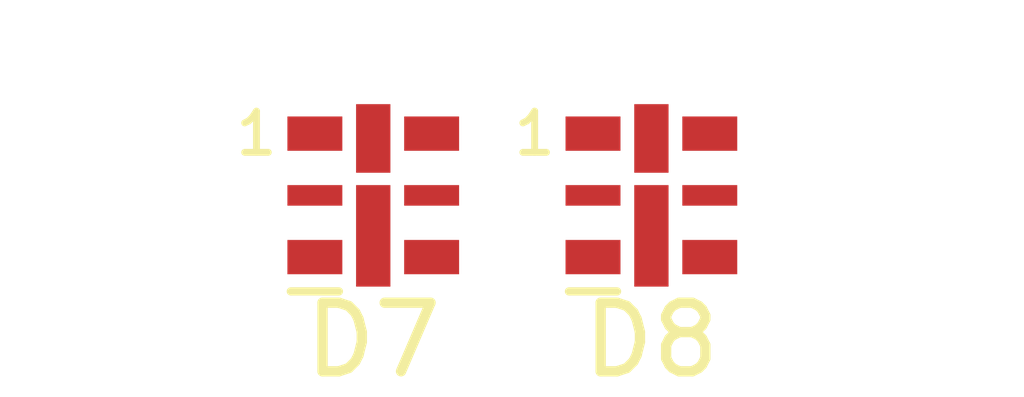
<source format=kicad_pcb>
(kicad_pcb (version 20240108) (generator "pcbnew") (generator_version "8.0")
  (layers (0 "F.Cu" signal) (31 "B.Cu" signal) (34 "B.Paste" user) (35 "F.Paste" user) (36 "B.SilkS" user "B.Silkscreen") (37 "F.SilkS" user "F.Silkscreen") (38 "B.Mask" user) (39 "F.Mask" user) (44 "Edge.Cuts" user))
  (net 0 "")
  (net 1 "Net-(D1-VDD)")
  (net 2 "GND")
  (net 3 "Net-(D6-CKO)")
  (net 4 "Net-(D6-SDO)")
  (net 5 "Net-(D7-CKO)")
  (net 6 "Net-(D7-SDO)")
  (footprint "LED_SMD:LED-APA102-2020" (layer "F.Cu") (at 94.5 99.83)
    (property "Reference" "D8" (at 0 2.11 0) (layer "F.SilkS"))
    (property "Value" "APA102-2020")
    (fp_line (start -1.2 1.4) (end -0.5 1.4) (stroke (width 0.12)) (layer "F.SilkS"))
    (fp_text user "1" (at -1.7 -0.9 0) (layer "F.SilkS") (effects (font (size 0.6 0.6) (thickness 0.1))))
    (pad "1" smd rect (at -0.85 -0.9) (size 0.8 0.5) (layers "F.Cu" "F.Paste" "F.Mask") (net 1 "Net-(D1-VDD)"))
    (pad "1" smd rect (at 0 -0.83 90) (size 1 0.5) (layers "F.Cu" "F.Paste" "F.Mask") (net 1 "Net-(D1-VDD)"))
    (pad "2" smd rect (at -0.85 0) (size 0.8 0.3) (layers "F.Cu" "F.Paste" "F.Mask"))
    (pad "3" smd rect (at -0.85 0.9) (size 0.8 0.5) (layers "F.Cu" "F.Paste" "F.Mask"))
    (pad "4" smd rect (at 0.85 0.9) (size 0.8 0.5) (layers "F.Cu" "F.Paste" "F.Mask") (net 6 "Net-(D7-SDO)"))
    (pad "5" smd rect (at 0.85 0) (size 0.8 0.3) (layers "F.Cu" "F.Paste" "F.Mask") (net 5 "Net-(D7-CKO)"))
    (pad "6" smd rect (at 0 0.59 90) (size 1.48 0.5) (layers "F.Cu" "F.Paste" "F.Mask") (net 2 "GND"))
    (pad "6" smd rect (at 0.85 -0.9) (size 0.8 0.5) (layers "F.Cu" "F.Paste" "F.Mask") (net 2 "GND"))
  )
  (footprint "LED_SMD:LED-APA102-2020" (layer "F.Cu") (at 90.45 99.83)
    (property "Reference" "D7" (at 0 2.11 0) (layer "F.SilkS"))
    (property "Value" "APA102-2020")
    (fp_line (start -1.2 1.4) (end -0.5 1.4) (stroke (width 0.12)) (layer "F.SilkS"))
    (fp_text user "1" (at -1.7 -0.9 0) (layer "F.SilkS") (effects (font (size 0.6 0.6) (thickness 0.1))))
    (pad "1" smd rect (at -0.85 -0.9) (size 0.8 0.5) (layers "F.Cu" "F.Paste" "F.Mask") (net 1 "Net-(D1-VDD)"))
    (pad "1" smd rect (at 0 -0.83 90) (size 1 0.5) (layers "F.Cu" "F.Paste" "F.Mask") (net 1 "Net-(D1-VDD)"))
    (pad "2" smd rect (at -0.85 0) (size 0.8 0.3) (layers "F.Cu" "F.Paste" "F.Mask") (net 5 "Net-(D7-CKO)"))
    (pad "3" smd rect (at -0.85 0.9) (size 0.8 0.5) (layers "F.Cu" "F.Paste" "F.Mask") (net 6 "Net-(D7-SDO)"))
    (pad "4" smd rect (at 0.85 0.9) (size 0.8 0.5) (layers "F.Cu" "F.Paste" "F.Mask") (net 4 "Net-(D6-SDO)"))
    (pad "5" smd rect (at 0.85 0) (size 0.8 0.3) (layers "F.Cu" "F.Paste" "F.Mask") (net 3 "Net-(D6-CKO)"))
    (pad "6" smd rect (at 0 0.59 90) (size 1.48 0.5) (layers "F.Cu" "F.Paste" "F.Mask") (net 2 "GND"))
    (pad "6" smd rect (at 0.85 -0.9) (size 0.8 0.5) (layers "F.Cu" "F.Paste" "F.Mask") (net 2 "GND"))
  )
)
</source>
